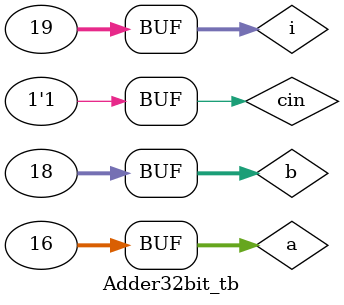
<source format=v>

`timescale 1ns/100ps
`include "32bitfulladder.v"

module Adder32bit_tb;
  reg [31:0] a, b;
  reg cin;  
  wire [31:0] s; 
  wire cout;
  
  Adder32bit uut (.a(a), .b(b), .cin(cin), .cout(cout), .s(s));
  initial
    begin 
      //$dumpfile("dump.vcd"); $dumpvars(1, tb_Adder4bit);
      $monitor(" a=%b,b=%b, cin= %b, s=%b, cout=%b",a,b,cin, s, cout);
    end

integer i;
  
  initial 
    begin
      //testing a few of them
      cin= 1'b0;  
      for (i=7; i<17; i=i+1) begin
        a=i;
        b=a;  
       #10;
    end 
      cin= 1'b1;
      for (i=2; i<19; i=i+1) begin
        b=i; 
       #10;
    end 
    end

endmodule




</source>
